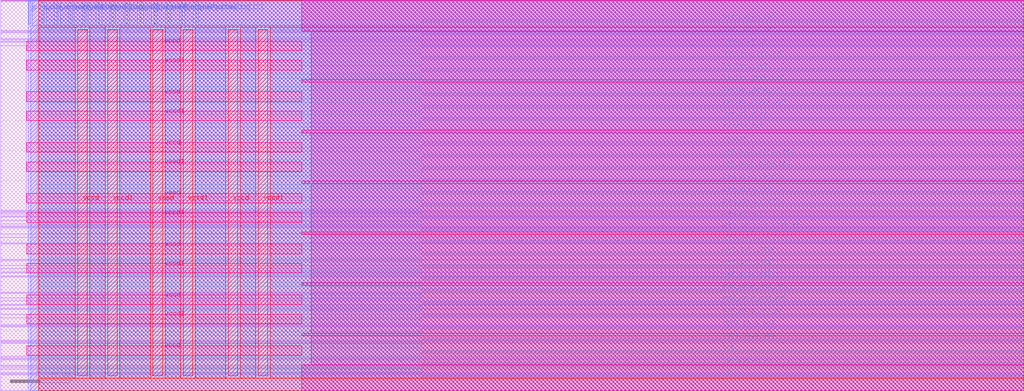
<source format=lef>
VERSION 5.7 ;
  NOWIREEXTENSIONATPIN ON ;
  DIVIDERCHAR "/" ;
  BUSBITCHARS "[]" ;
MACRO gpio_control_block
  CLASS BLOCK ;
  FOREIGN gpio_control_block ;
  ORIGIN 0.000 0.000 ;
  SIZE 170.000 BY 65.000 ;
  PIN gpio_defaults[0]
    DIRECTION INPUT ;
    USE SIGNAL ;
    PORT
      LAYER met2 ;
        RECT 4.690 61.000 4.970 65.000 ;
    END
  END gpio_defaults[0]
  PIN gpio_defaults[10]
    DIRECTION INPUT ;
    USE SIGNAL ;
    PORT
      LAYER met2 ;
        RECT 27.690 61.000 27.970 65.000 ;
    END
  END gpio_defaults[10]
  PIN gpio_defaults[11]
    DIRECTION INPUT ;
    USE SIGNAL ;
    PORT
      LAYER met2 ;
        RECT 29.990 61.000 30.270 65.000 ;
    END
  END gpio_defaults[11]
  PIN gpio_defaults[12]
    DIRECTION INPUT ;
    USE SIGNAL ;
    PORT
      LAYER met2 ;
        RECT 32.290 61.000 32.570 65.000 ;
    END
  END gpio_defaults[12]
  PIN gpio_defaults[1]
    DIRECTION INPUT ;
    USE SIGNAL ;
    PORT
      LAYER met2 ;
        RECT 6.990 61.000 7.270 65.000 ;
    END
  END gpio_defaults[1]
  PIN gpio_defaults[2]
    DIRECTION INPUT ;
    USE SIGNAL ;
    PORT
      LAYER met2 ;
        RECT 9.290 61.000 9.570 65.000 ;
    END
  END gpio_defaults[2]
  PIN gpio_defaults[3]
    DIRECTION INPUT ;
    USE SIGNAL ;
    PORT
      LAYER met2 ;
        RECT 11.590 61.000 11.870 65.000 ;
    END
  END gpio_defaults[3]
  PIN gpio_defaults[4]
    DIRECTION INPUT ;
    USE SIGNAL ;
    PORT
      LAYER met2 ;
        RECT 13.890 61.000 14.170 65.000 ;
    END
  END gpio_defaults[4]
  PIN gpio_defaults[5]
    DIRECTION INPUT ;
    USE SIGNAL ;
    PORT
      LAYER met2 ;
        RECT 16.190 61.000 16.470 65.000 ;
    END
  END gpio_defaults[5]
  PIN gpio_defaults[6]
    DIRECTION INPUT ;
    USE SIGNAL ;
    PORT
      LAYER met2 ;
        RECT 18.490 61.000 18.770 65.000 ;
    END
  END gpio_defaults[6]
  PIN gpio_defaults[7]
    DIRECTION INPUT ;
    USE SIGNAL ;
    PORT
      LAYER met2 ;
        RECT 20.790 61.000 21.070 65.000 ;
    END
  END gpio_defaults[7]
  PIN gpio_defaults[8]
    DIRECTION INPUT ;
    USE SIGNAL ;
    PORT
      LAYER met2 ;
        RECT 23.090 61.000 23.370 65.000 ;
    END
  END gpio_defaults[8]
  PIN gpio_defaults[9]
    DIRECTION INPUT ;
    USE SIGNAL ;
    PORT
      LAYER met2 ;
        RECT 25.390 61.000 25.670 65.000 ;
    END
  END gpio_defaults[9]
  PIN mgmt_gpio_in
    DIRECTION OUTPUT TRISTATE ;
    USE SIGNAL ;
    PORT
      LAYER met3 ;
        RECT 70.000 4.120 170.000 4.720 ;
    END
  END mgmt_gpio_in
  PIN mgmt_gpio_oeb
    DIRECTION INPUT ;
    USE SIGNAL ;
    PORT
      LAYER met3 ;
        RECT 70.000 8.200 170.000 8.800 ;
    END
  END mgmt_gpio_oeb
  PIN mgmt_gpio_out
    DIRECTION INPUT ;
    USE SIGNAL ;
    PORT
      LAYER met3 ;
        RECT 70.000 10.240 170.000 10.840 ;
    END
  END mgmt_gpio_out
  PIN one
    DIRECTION OUTPUT TRISTATE ;
    USE SIGNAL ;
    PORT
      LAYER met3 ;
        RECT 70.000 6.160 170.000 6.760 ;
    END
  END one
  PIN pad_gpio_ana_en
    DIRECTION OUTPUT TRISTATE ;
    USE SIGNAL ;
    PORT
      LAYER met3 ;
        RECT 70.000 12.280 170.000 12.880 ;
    END
  END pad_gpio_ana_en
  PIN pad_gpio_ana_pol
    DIRECTION OUTPUT TRISTATE ;
    USE SIGNAL ;
    PORT
      LAYER met3 ;
        RECT 70.000 14.320 170.000 14.920 ;
    END
  END pad_gpio_ana_pol
  PIN pad_gpio_ana_sel
    DIRECTION OUTPUT TRISTATE ;
    USE SIGNAL ;
    PORT
      LAYER met3 ;
        RECT 70.000 16.360 170.000 16.960 ;
    END
  END pad_gpio_ana_sel
  PIN pad_gpio_dm[0]
    DIRECTION OUTPUT TRISTATE ;
    USE SIGNAL ;
    PORT
      LAYER met3 ;
        RECT 70.000 18.400 170.000 19.000 ;
    END
  END pad_gpio_dm[0]
  PIN pad_gpio_dm[1]
    DIRECTION OUTPUT TRISTATE ;
    USE SIGNAL ;
    PORT
      LAYER met3 ;
        RECT 70.000 20.440 170.000 21.040 ;
    END
  END pad_gpio_dm[1]
  PIN pad_gpio_dm[2]
    DIRECTION OUTPUT TRISTATE ;
    USE SIGNAL ;
    PORT
      LAYER met3 ;
        RECT 70.000 22.480 170.000 23.080 ;
    END
  END pad_gpio_dm[2]
  PIN pad_gpio_holdover
    DIRECTION OUTPUT TRISTATE ;
    USE SIGNAL ;
    PORT
      LAYER met3 ;
        RECT 70.000 24.520 170.000 25.120 ;
    END
  END pad_gpio_holdover
  PIN pad_gpio_ib_mode_sel
    DIRECTION OUTPUT TRISTATE ;
    USE SIGNAL ;
    PORT
      LAYER met3 ;
        RECT 70.000 26.560 170.000 27.160 ;
    END
  END pad_gpio_ib_mode_sel
  PIN pad_gpio_in
    DIRECTION INPUT ;
    USE SIGNAL ;
    PORT
      LAYER met3 ;
        RECT 70.000 28.600 170.000 29.200 ;
    END
  END pad_gpio_in
  PIN pad_gpio_inenb
    DIRECTION OUTPUT TRISTATE ;
    USE SIGNAL ;
    PORT
      LAYER met3 ;
        RECT 70.000 30.640 170.000 31.240 ;
    END
  END pad_gpio_inenb
  PIN pad_gpio_out
    DIRECTION OUTPUT TRISTATE ;
    USE SIGNAL ;
    PORT
      LAYER met3 ;
        RECT 70.000 32.680 170.000 33.280 ;
    END
  END pad_gpio_out
  PIN pad_gpio_outenb
    DIRECTION OUTPUT TRISTATE ;
    USE SIGNAL ;
    PORT
      LAYER met3 ;
        RECT 70.000 34.720 170.000 35.320 ;
    END
  END pad_gpio_outenb
  PIN pad_gpio_slow_sel
    DIRECTION OUTPUT TRISTATE ;
    USE SIGNAL ;
    PORT
      LAYER met3 ;
        RECT 70.000 36.760 170.000 37.360 ;
    END
  END pad_gpio_slow_sel
  PIN pad_gpio_vtrip_sel
    DIRECTION OUTPUT TRISTATE ;
    USE SIGNAL ;
    PORT
      LAYER met3 ;
        RECT 70.000 38.800 170.000 39.400 ;
    END
  END pad_gpio_vtrip_sel
  PIN resetn
    DIRECTION INPUT ;
    USE SIGNAL ;
    PORT
      LAYER met3 ;
        RECT 70.000 40.840 170.000 41.440 ;
    END
  END resetn
  PIN resetn_out
    DIRECTION OUTPUT TRISTATE ;
    USE SIGNAL ;
    PORT
      LAYER met3 ;
        RECT 70.000 42.880 170.000 43.480 ;
    END
  END resetn_out
  PIN serial_clock
    DIRECTION INPUT ;
    USE SIGNAL ;
    PORT
      LAYER met3 ;
        RECT 70.000 44.920 170.000 45.520 ;
    END
  END serial_clock
  PIN serial_clock_out
    DIRECTION OUTPUT TRISTATE ;
    USE SIGNAL ;
    PORT
      LAYER met3 ;
        RECT 70.000 46.960 170.000 47.560 ;
    END
  END serial_clock_out
  PIN serial_data_in
    DIRECTION INPUT ;
    USE SIGNAL ;
    PORT
      LAYER met3 ;
        RECT 70.000 49.000 170.000 49.600 ;
    END
  END serial_data_in
  PIN serial_data_out
    DIRECTION OUTPUT TRISTATE ;
    USE SIGNAL ;
    PORT
      LAYER met3 ;
        RECT 70.000 51.040 170.000 51.640 ;
    END
  END serial_data_out
  PIN serial_load
    DIRECTION INPUT ;
    USE SIGNAL ;
    PORT
      LAYER met3 ;
        RECT 70.000 53.080 170.000 53.680 ;
    END
  END serial_load
  PIN serial_load_out
    DIRECTION OUTPUT TRISTATE ;
    USE SIGNAL ;
    PORT
      LAYER met3 ;
        RECT 70.000 55.120 170.000 55.720 ;
    END
  END serial_load_out
  PIN user_gpio_in
    DIRECTION OUTPUT TRISTATE ;
    USE SIGNAL ;
    PORT
      LAYER met3 ;
        RECT 70.000 57.160 170.000 57.760 ;
    END
  END user_gpio_in
  PIN user_gpio_oeb
    DIRECTION INPUT ;
    USE SIGNAL ;
    PORT
      LAYER met3 ;
        RECT 70.000 59.200 170.000 59.800 ;
    END
  END user_gpio_oeb
  PIN user_gpio_out
    DIRECTION INPUT ;
    USE SIGNAL ;
    PORT
      LAYER met3 ;
        RECT 70.000 61.240 170.000 61.840 ;
    END
  END user_gpio_out
  PIN vccd
    DIRECTION INOUT ;
    USE POWER ;
    PORT
      LAYER met4 ;
        RECT 12.800 2.480 14.400 60.080 ;
    END
    PORT
      LAYER met4 ;
        RECT 37.800 2.480 39.400 60.080 ;
    END
    PORT
      LAYER met5 ;
        RECT 4.360 5.900 50.000 7.500 ;
    END
    PORT
      LAYER met5 ;
        RECT 4.360 22.800 50.000 24.400 ;
    END
    PORT
      LAYER met5 ;
        RECT 4.360 39.700 50.000 41.300 ;
    END
    PORT
      LAYER met5 ;
        RECT 4.360 56.600 50.000 58.200 ;
    END
  END vccd
  PIN vccd1
    DIRECTION INOUT ;
    USE POWER ;
    PORT
      LAYER met4 ;
        RECT 17.800 2.480 19.400 60.080 ;
    END
    PORT
      LAYER met4 ;
        RECT 42.800 2.480 44.400 60.080 ;
    END
    PORT
      LAYER met5 ;
        RECT 4.360 11.140 50.000 12.740 ;
    END
    PORT
      LAYER met5 ;
        RECT 4.360 28.040 50.000 29.640 ;
    END
    PORT
      LAYER met5 ;
        RECT 4.360 44.940 50.000 46.540 ;
    END
  END vccd1
  PIN vssd
    DIRECTION INOUT ;
    USE GROUND ;
    PORT
      LAYER met4 ;
        RECT 25.300 2.480 26.900 60.080 ;
    END
    PORT
      LAYER met5 ;
        RECT 4.360 14.350 50.000 15.950 ;
    END
    PORT
      LAYER met5 ;
        RECT 4.360 31.250 50.000 32.850 ;
    END
    PORT
      LAYER met5 ;
        RECT 4.360 48.150 50.000 49.750 ;
    END
  END vssd
  PIN vssd1
    DIRECTION INOUT ;
    USE GROUND ;
    PORT
      LAYER met4 ;
        RECT 30.300 2.480 31.900 60.080 ;
    END
    PORT
      LAYER met5 ;
        RECT 4.360 19.590 50.000 21.190 ;
    END
    PORT
      LAYER met5 ;
        RECT 4.360 36.490 50.000 38.090 ;
    END
    PORT
      LAYER met5 ;
        RECT 4.360 53.390 50.000 54.990 ;
    END
  END vssd1
  PIN zero
    DIRECTION OUTPUT TRISTATE ;
    USE SIGNAL ;
    PORT
      LAYER met3 ;
        RECT 70.000 2.080 170.000 2.680 ;
    END
  END zero
  OBS
      LAYER li1 ;
        RECT 0.000 64.930 4.265 65.070 ;
      LAYER li1 ;
        RECT 4.265 64.930 169.810 65.000 ;
      LAYER li1 ;
        RECT 0.000 64.845 49.815 64.930 ;
      LAYER li1 ;
        RECT 49.815 64.845 169.810 64.930 ;
      LAYER li1 ;
        RECT 0.000 59.925 169.810 64.845 ;
        RECT 0.000 59.755 4.745 59.925 ;
      LAYER li1 ;
        RECT 4.745 59.755 169.810 59.925 ;
      LAYER li1 ;
        RECT 0.000 59.585 169.810 59.755 ;
        RECT 0.000 58.605 6.505 59.585 ;
      LAYER li1 ;
        RECT 6.505 58.605 169.810 59.585 ;
      LAYER li1 ;
        RECT 0.000 58.445 6.585 58.605 ;
      LAYER li1 ;
        RECT 6.585 58.445 169.810 58.605 ;
      LAYER li1 ;
        RECT 0.000 58.195 6.085 58.445 ;
      LAYER li1 ;
        RECT 6.085 58.195 169.810 58.445 ;
      LAYER li1 ;
        RECT 0.000 58.005 6.585 58.195 ;
      LAYER li1 ;
        RECT 6.585 58.005 169.810 58.195 ;
      LAYER li1 ;
        RECT 0.000 57.405 6.505 58.005 ;
      LAYER li1 ;
        RECT 6.505 57.405 169.810 58.005 ;
      LAYER li1 ;
        RECT 0.000 30.025 4.265 57.405 ;
      LAYER li1 ;
        RECT 4.265 30.025 169.810 57.405 ;
      LAYER li1 ;
        RECT 0.000 30.005 16.795 30.025 ;
      LAYER li1 ;
        RECT 16.795 30.005 169.810 30.025 ;
      LAYER li1 ;
        RECT 0.000 29.835 4.745 30.005 ;
      LAYER li1 ;
        RECT 4.745 29.835 169.810 30.005 ;
      LAYER li1 ;
        RECT 0.000 29.655 16.795 29.835 ;
      LAYER li1 ;
        RECT 16.795 29.655 169.810 29.835 ;
      LAYER li1 ;
        RECT 0.000 29.640 16.910 29.655 ;
      LAYER li1 ;
        RECT 16.910 29.640 169.810 29.655 ;
      LAYER li1 ;
        RECT 0.000 29.395 8.925 29.640 ;
      LAYER li1 ;
        RECT 8.925 29.395 169.810 29.640 ;
      LAYER li1 ;
        RECT 0.000 29.095 7.545 29.395 ;
      LAYER li1 ;
        RECT 7.545 29.095 169.810 29.395 ;
      LAYER li1 ;
        RECT 0.000 28.925 7.845 29.095 ;
      LAYER li1 ;
        RECT 7.845 28.925 169.810 29.095 ;
      LAYER li1 ;
        RECT 0.000 28.305 6.125 28.925 ;
      LAYER li1 ;
        RECT 6.125 28.305 169.810 28.925 ;
      LAYER li1 ;
        RECT 0.000 27.785 7.845 28.305 ;
      LAYER li1 ;
        RECT 7.845 27.785 169.810 28.305 ;
      LAYER li1 ;
        RECT 0.000 27.455 7.625 27.785 ;
      LAYER li1 ;
        RECT 7.625 27.455 169.810 27.785 ;
      LAYER li1 ;
        RECT 0.000 27.285 16.795 27.455 ;
      LAYER li1 ;
        RECT 16.795 27.285 169.810 27.455 ;
      LAYER li1 ;
        RECT 0.000 27.115 4.745 27.285 ;
      LAYER li1 ;
        RECT 4.745 27.115 169.810 27.285 ;
      LAYER li1 ;
        RECT 0.000 26.095 16.795 27.115 ;
      LAYER li1 ;
        RECT 16.795 26.095 169.810 27.115 ;
      LAYER li1 ;
        RECT 0.000 25.475 16.705 26.095 ;
      LAYER li1 ;
        RECT 16.705 25.475 169.810 26.095 ;
      LAYER li1 ;
        RECT 0.000 24.565 16.795 25.475 ;
      LAYER li1 ;
        RECT 16.795 24.565 169.810 25.475 ;
      LAYER li1 ;
        RECT 0.000 24.395 15.325 24.565 ;
      LAYER li1 ;
        RECT 15.325 24.395 169.810 24.565 ;
      LAYER li1 ;
        RECT 0.000 21.845 16.795 24.395 ;
      LAYER li1 ;
        RECT 16.795 21.845 169.810 24.395 ;
      LAYER li1 ;
        RECT 0.000 21.675 15.325 21.845 ;
      LAYER li1 ;
        RECT 15.325 21.675 169.810 21.845 ;
      LAYER li1 ;
        RECT 0.000 20.865 16.950 21.675 ;
      LAYER li1 ;
        RECT 16.950 20.865 169.810 21.675 ;
      LAYER li1 ;
        RECT 0.000 20.365 16.795 20.865 ;
      LAYER li1 ;
        RECT 16.795 20.365 169.810 20.865 ;
      LAYER li1 ;
        RECT 0.000 19.805 16.645 20.365 ;
      LAYER li1 ;
        RECT 16.645 19.805 169.810 20.365 ;
      LAYER li1 ;
        RECT 0.000 19.635 16.795 19.805 ;
      LAYER li1 ;
        RECT 16.795 19.635 169.810 19.805 ;
      LAYER li1 ;
        RECT 0.000 19.125 16.950 19.635 ;
      LAYER li1 ;
        RECT 16.950 19.125 169.810 19.635 ;
      LAYER li1 ;
        RECT 0.000 18.955 15.325 19.125 ;
      LAYER li1 ;
        RECT 15.325 18.955 169.810 19.125 ;
      LAYER li1 ;
        RECT 0.000 16.405 16.795 18.955 ;
      LAYER li1 ;
        RECT 16.795 16.405 169.810 18.955 ;
      LAYER li1 ;
        RECT 0.000 16.235 15.325 16.405 ;
      LAYER li1 ;
        RECT 15.325 16.235 169.810 16.405 ;
      LAYER li1 ;
        RECT 0.000 15.425 16.950 16.235 ;
      LAYER li1 ;
        RECT 16.950 15.425 169.810 16.235 ;
      LAYER li1 ;
        RECT 0.000 14.925 16.795 15.425 ;
      LAYER li1 ;
        RECT 16.795 14.925 169.810 15.425 ;
      LAYER li1 ;
        RECT 0.000 14.365 16.645 14.925 ;
      LAYER li1 ;
        RECT 16.645 14.365 169.810 14.925 ;
      LAYER li1 ;
        RECT 0.000 14.195 16.795 14.365 ;
      LAYER li1 ;
        RECT 16.795 14.195 169.810 14.365 ;
      LAYER li1 ;
        RECT 0.000 13.685 16.950 14.195 ;
      LAYER li1 ;
        RECT 16.950 13.685 169.810 14.195 ;
      LAYER li1 ;
        RECT 0.000 13.515 15.325 13.685 ;
      LAYER li1 ;
        RECT 15.325 13.515 169.810 13.685 ;
      LAYER li1 ;
        RECT 0.000 12.675 16.910 13.515 ;
      LAYER li1 ;
        RECT 16.910 12.675 169.810 13.515 ;
      LAYER li1 ;
        RECT 0.000 12.115 16.795 12.675 ;
      LAYER li1 ;
        RECT 16.795 12.115 169.810 12.675 ;
      LAYER li1 ;
        RECT 0.000 10.965 16.910 12.115 ;
      LAYER li1 ;
        RECT 16.910 10.965 169.810 12.115 ;
      LAYER li1 ;
        RECT 0.000 10.795 15.325 10.965 ;
      LAYER li1 ;
        RECT 15.325 10.795 169.810 10.965 ;
      LAYER li1 ;
        RECT 0.000 10.625 16.795 10.795 ;
      LAYER li1 ;
        RECT 16.795 10.625 169.810 10.795 ;
      LAYER li1 ;
        RECT 0.000 8.415 16.645 10.625 ;
      LAYER li1 ;
        RECT 16.645 8.415 169.810 10.625 ;
      LAYER li1 ;
        RECT 0.000 8.245 16.795 8.415 ;
      LAYER li1 ;
        RECT 16.795 8.245 169.810 8.415 ;
      LAYER li1 ;
        RECT 0.000 8.075 15.325 8.245 ;
      LAYER li1 ;
        RECT 15.325 8.075 169.810 8.245 ;
      LAYER li1 ;
        RECT 0.000 7.905 16.795 8.075 ;
      LAYER li1 ;
        RECT 16.795 7.905 169.810 8.075 ;
      LAYER li1 ;
        RECT 0.000 5.695 16.645 7.905 ;
      LAYER li1 ;
        RECT 16.645 5.695 169.810 7.905 ;
      LAYER li1 ;
        RECT 0.000 5.525 16.795 5.695 ;
      LAYER li1 ;
        RECT 16.795 5.525 169.810 5.695 ;
      LAYER li1 ;
        RECT 0.000 5.355 4.745 5.525 ;
      LAYER li1 ;
        RECT 4.745 5.355 169.810 5.525 ;
      LAYER li1 ;
        RECT 0.000 5.185 16.795 5.355 ;
      LAYER li1 ;
        RECT 16.795 5.185 169.810 5.355 ;
      LAYER li1 ;
        RECT 0.000 4.205 6.505 5.185 ;
      LAYER li1 ;
        RECT 6.505 4.205 169.810 5.185 ;
      LAYER li1 ;
        RECT 0.000 4.045 6.585 4.205 ;
      LAYER li1 ;
        RECT 6.585 4.045 169.810 4.205 ;
      LAYER li1 ;
        RECT 0.000 3.795 6.085 4.045 ;
      LAYER li1 ;
        RECT 6.085 3.795 169.810 4.045 ;
      LAYER li1 ;
        RECT 0.000 3.605 6.585 3.795 ;
      LAYER li1 ;
        RECT 6.585 3.605 169.810 3.795 ;
      LAYER li1 ;
        RECT 0.000 2.975 6.505 3.605 ;
      LAYER li1 ;
        RECT 6.505 2.975 169.810 3.605 ;
      LAYER li1 ;
        RECT 0.000 2.805 16.795 2.975 ;
      LAYER li1 ;
        RECT 16.795 2.805 169.810 2.975 ;
      LAYER li1 ;
        RECT 0.000 2.635 4.745 2.805 ;
      LAYER li1 ;
        RECT 4.745 2.635 169.810 2.805 ;
      LAYER li1 ;
        RECT 0.000 0.000 16.795 2.635 ;
      LAYER li1 ;
        RECT 16.795 0.000 169.810 2.635 ;
      LAYER met1 ;
        RECT 4.600 0.000 170.000 65.000 ;
      LAYER met2 ;
        RECT 5.250 60.720 6.710 65.000 ;
        RECT 7.550 60.720 9.010 65.000 ;
        RECT 9.850 60.720 11.310 65.000 ;
        RECT 12.150 60.720 13.610 65.000 ;
        RECT 14.450 60.720 15.910 65.000 ;
        RECT 16.750 60.720 18.210 65.000 ;
        RECT 19.050 60.720 20.510 65.000 ;
        RECT 21.350 60.720 22.810 65.000 ;
        RECT 23.650 60.720 25.110 65.000 ;
        RECT 25.950 60.720 27.410 65.000 ;
        RECT 28.250 60.720 29.710 65.000 ;
        RECT 30.550 60.720 32.010 65.000 ;
        RECT 32.850 60.720 170.000 65.000 ;
        RECT 4.970 0.000 170.000 60.720 ;
      LAYER met3 ;
        RECT 6.045 60.840 69.600 61.705 ;
        RECT 6.045 60.200 70.000 60.840 ;
        RECT 6.045 58.800 69.600 60.200 ;
        RECT 6.045 58.160 70.000 58.800 ;
        RECT 6.045 56.760 69.600 58.160 ;
        RECT 6.045 56.120 70.000 56.760 ;
        RECT 6.045 54.720 69.600 56.120 ;
        RECT 6.045 54.080 70.000 54.720 ;
        RECT 6.045 52.680 69.600 54.080 ;
        RECT 6.045 52.040 70.000 52.680 ;
        RECT 6.045 50.640 69.600 52.040 ;
        RECT 6.045 50.000 70.000 50.640 ;
        RECT 6.045 48.600 69.600 50.000 ;
        RECT 6.045 47.960 70.000 48.600 ;
        RECT 6.045 46.560 69.600 47.960 ;
        RECT 6.045 45.920 70.000 46.560 ;
        RECT 6.045 44.520 69.600 45.920 ;
        RECT 6.045 43.880 70.000 44.520 ;
        RECT 6.045 42.480 69.600 43.880 ;
        RECT 6.045 41.840 70.000 42.480 ;
        RECT 6.045 40.440 69.600 41.840 ;
        RECT 6.045 39.800 70.000 40.440 ;
        RECT 6.045 38.400 69.600 39.800 ;
        RECT 6.045 37.760 70.000 38.400 ;
        RECT 6.045 36.360 69.600 37.760 ;
        RECT 6.045 35.720 70.000 36.360 ;
        RECT 6.045 34.320 69.600 35.720 ;
        RECT 6.045 33.680 70.000 34.320 ;
        RECT 6.045 32.280 69.600 33.680 ;
        RECT 6.045 31.640 70.000 32.280 ;
        RECT 6.045 30.240 69.600 31.640 ;
        RECT 6.045 29.600 70.000 30.240 ;
        RECT 6.045 28.200 69.600 29.600 ;
        RECT 6.045 27.560 70.000 28.200 ;
        RECT 6.045 26.160 69.600 27.560 ;
        RECT 6.045 25.520 70.000 26.160 ;
        RECT 6.045 24.120 69.600 25.520 ;
        RECT 6.045 23.480 70.000 24.120 ;
        RECT 6.045 22.080 69.600 23.480 ;
        RECT 6.045 21.440 70.000 22.080 ;
        RECT 6.045 20.040 69.600 21.440 ;
        RECT 6.045 19.400 70.000 20.040 ;
        RECT 6.045 18.000 69.600 19.400 ;
        RECT 6.045 17.360 70.000 18.000 ;
        RECT 6.045 15.960 69.600 17.360 ;
        RECT 6.045 15.320 70.000 15.960 ;
        RECT 6.045 13.920 69.600 15.320 ;
        RECT 6.045 13.280 70.000 13.920 ;
        RECT 6.045 11.880 69.600 13.280 ;
        RECT 6.045 11.240 70.000 11.880 ;
        RECT 6.045 9.840 69.600 11.240 ;
        RECT 6.045 9.200 70.000 9.840 ;
        RECT 6.045 7.800 69.600 9.200 ;
        RECT 6.045 7.160 70.000 7.800 ;
        RECT 6.045 5.760 69.600 7.160 ;
        RECT 6.045 5.120 70.000 5.760 ;
        RECT 6.045 3.720 69.600 5.120 ;
        RECT 6.045 3.080 70.000 3.720 ;
        RECT 6.045 2.215 69.600 3.080 ;
      LAYER met4 ;
        RECT 6.280 60.480 170.000 65.000 ;
        RECT 6.280 2.080 12.400 60.480 ;
        RECT 14.800 2.080 17.400 60.480 ;
        RECT 19.800 2.080 24.900 60.480 ;
        RECT 27.300 2.080 29.900 60.480 ;
        RECT 32.300 2.080 37.400 60.480 ;
        RECT 39.800 2.080 42.400 60.480 ;
        RECT 44.800 2.080 170.000 60.480 ;
        RECT 6.280 0.000 170.000 2.080 ;
      LAYER met5 ;
        RECT 50.000 59.800 170.000 65.000 ;
        RECT 51.600 51.790 170.000 59.800 ;
        RECT 50.000 51.350 170.000 51.790 ;
        RECT 51.600 43.340 170.000 51.350 ;
        RECT 50.000 42.900 170.000 43.340 ;
        RECT 51.600 34.890 170.000 42.900 ;
        RECT 50.000 34.450 170.000 34.890 ;
        RECT 51.600 26.440 170.000 34.450 ;
        RECT 50.000 26.000 170.000 26.440 ;
        RECT 51.600 17.990 170.000 26.000 ;
        RECT 50.000 17.550 170.000 17.990 ;
        RECT 51.600 9.540 170.000 17.550 ;
        RECT 50.000 9.100 170.000 9.540 ;
        RECT 51.600 4.300 170.000 9.100 ;
        RECT 50.000 0.000 170.000 4.300 ;
  END
END gpio_control_block
END LIBRARY


</source>
